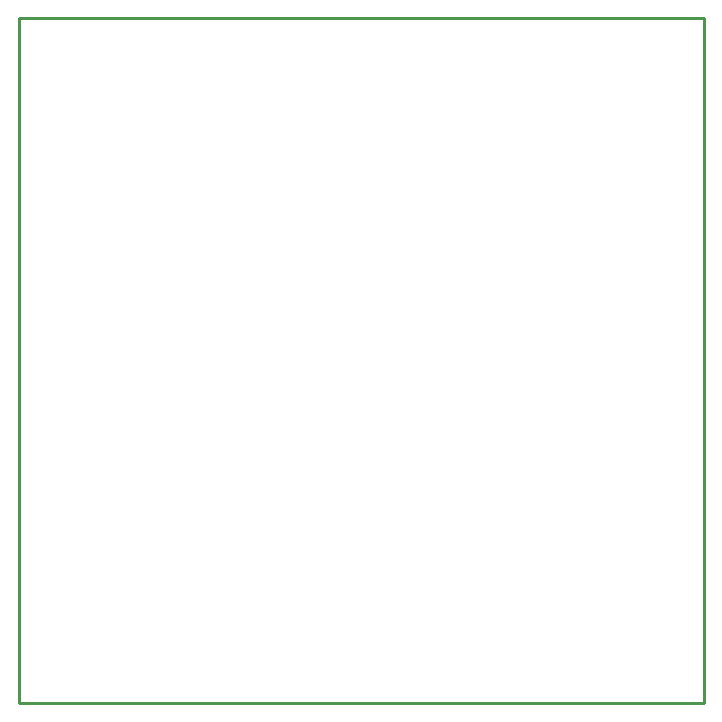
<source format=gm1>
G04*
G04 #@! TF.GenerationSoftware,Altium Limited,Altium Designer,22.4.2 (48)*
G04*
G04 Layer_Color=16711935*
%FSLAX25Y25*%
%MOIN*%
G70*
G04*
G04 #@! TF.SameCoordinates,78AC0251-C41B-4C09-997F-A4DA7E128E32*
G04*
G04*
G04 #@! TF.FilePolarity,Positive*
G04*
G01*
G75*
%ADD14C,0.01000*%
D14*
X0Y0D02*
X228346D01*
X0Y228346D02*
X228346D01*
Y0D02*
Y228346D01*
X0Y0D02*
Y228346D01*
Y0D02*
X228346D01*
X0Y228346D02*
X228346D01*
Y0D02*
Y228346D01*
X0Y0D02*
Y228346D01*
M02*

</source>
